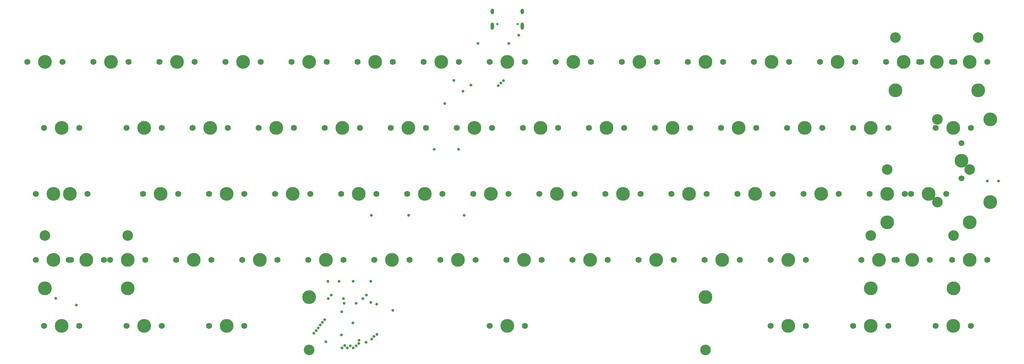
<source format=gbr>
%TF.GenerationSoftware,KiCad,Pcbnew,(6.0.8)*%
%TF.CreationDate,2022-10-24T21:08:13+02:00*%
%TF.ProjectId,cod67-iso,636f6436-372d-4697-936f-2e6b69636164,rev?*%
%TF.SameCoordinates,Original*%
%TF.FileFunction,Soldermask,Top*%
%TF.FilePolarity,Negative*%
%FSLAX46Y46*%
G04 Gerber Fmt 4.6, Leading zero omitted, Abs format (unit mm)*
G04 Created by KiCad (PCBNEW (6.0.8)) date 2022-10-24 21:08:13*
%MOMM*%
%LPD*%
G01*
G04 APERTURE LIST*
%ADD10C,3.987800*%
%ADD11C,1.750000*%
%ADD12C,1.701800*%
%ADD13C,3.048000*%
%ADD14C,0.650000*%
%ADD15O,1.000000X1.600000*%
%ADD16O,1.000000X2.100000*%
%ADD17C,0.800000*%
G04 APERTURE END LIST*
D10*
%TO.C,MX22*%
X169068750Y-70643750D03*
D11*
X163988750Y-70643750D03*
X174148750Y-70643750D03*
%TD*%
%TO.C,MX31*%
X83661250Y-89693750D03*
D10*
X78581250Y-89693750D03*
D11*
X73501250Y-89693750D03*
%TD*%
D10*
%TO.C,MX25*%
X226218750Y-70643750D03*
D11*
X221138750Y-70643750D03*
X231298750Y-70643750D03*
%TD*%
D10*
%TO.C,MX45*%
X88106250Y-108743750D03*
D11*
X93186250Y-108743750D03*
X83026250Y-108743750D03*
%TD*%
%TO.C,MX6*%
X135413750Y-51593750D03*
X145573750Y-51593750D03*
D10*
X140493750Y-51593750D03*
%TD*%
D11*
%TO.C,MX19*%
X116998750Y-70643750D03*
D10*
X111918750Y-70643750D03*
D11*
X106838750Y-70643750D03*
%TD*%
%TO.C,MX30*%
X42544500Y-89693750D03*
D10*
X47624500Y-89693750D03*
X52387500Y-89693750D03*
D11*
X57467500Y-89693750D03*
%TD*%
D10*
%TO.C,MX33*%
X116681250Y-89693750D03*
D11*
X121761250Y-89693750D03*
X111601250Y-89693750D03*
%TD*%
D10*
%TO.C,MX42*%
X288131250Y-89693750D03*
D11*
X293211250Y-89693750D03*
X283051250Y-89693750D03*
%TD*%
%TO.C,MX56*%
X317023750Y-108743750D03*
X306863750Y-108743750D03*
D10*
X311943750Y-108743750D03*
%TD*%
D12*
%TO.C,MX29*%
X309562500Y-75088750D03*
D13*
X302577500Y-92106750D03*
X302577500Y-68230750D03*
D10*
X317817500Y-68230750D03*
X317817500Y-92106750D03*
X309562500Y-80168750D03*
D12*
X309562500Y-85248750D03*
%TD*%
D13*
%TO.C,MX60*%
X235743750Y-134778750D03*
X121443750Y-134778750D03*
D11*
X183673750Y-127793750D03*
D10*
X235743750Y-119538750D03*
D11*
X173513750Y-127793750D03*
D10*
X121443750Y-119538750D03*
X178593750Y-127793750D03*
%TD*%
D11*
%TO.C,MX37*%
X197961250Y-89693750D03*
D10*
X192881250Y-89693750D03*
D11*
X187801250Y-89693750D03*
%TD*%
D10*
%TO.C,MX28*%
X283368750Y-70643750D03*
D11*
X278288750Y-70643750D03*
X288448750Y-70643750D03*
%TD*%
%TO.C,MX5*%
X126523750Y-51593750D03*
X116363750Y-51593750D03*
D10*
X121443750Y-51593750D03*
%TD*%
D11*
%TO.C,MX61*%
X264636250Y-127793750D03*
X254476250Y-127793750D03*
D10*
X259556250Y-127793750D03*
%TD*%
%TO.C,MX35*%
X154781250Y-89693750D03*
D11*
X149701250Y-89693750D03*
X159861250Y-89693750D03*
%TD*%
%TO.C,MX34*%
X140811250Y-89693750D03*
X130651250Y-89693750D03*
D10*
X135731250Y-89693750D03*
%TD*%
%TO.C,MX14*%
X292893750Y-51593750D03*
D11*
X297973750Y-51593750D03*
X287813750Y-51593750D03*
%TD*%
%TO.C,MX53*%
X245586250Y-108743750D03*
D10*
X240506250Y-108743750D03*
D11*
X235426250Y-108743750D03*
%TD*%
%TO.C,MX42b1*%
X305117500Y-89693750D03*
X294957500Y-89693750D03*
D10*
X288131250Y-97948750D03*
X300037500Y-89693750D03*
X311943750Y-97948750D03*
D13*
X288131250Y-82708750D03*
X311943750Y-82708750D03*
%TD*%
D11*
%TO.C,MX2*%
X59213750Y-51593750D03*
X69373750Y-51593750D03*
D10*
X64293750Y-51593750D03*
%TD*%
%TO.C,MX23*%
X188118750Y-70643750D03*
D11*
X183038750Y-70643750D03*
X193198750Y-70643750D03*
%TD*%
%TO.C,MX15b1*%
X297338750Y-51593750D03*
D10*
X290512500Y-59848750D03*
D13*
X314325000Y-44608750D03*
X290512500Y-44608750D03*
D11*
X307498750Y-51593750D03*
D10*
X314325000Y-59848750D03*
X302418750Y-51593750D03*
%TD*%
D11*
%TO.C,MX10*%
X221773750Y-51593750D03*
D10*
X216693750Y-51593750D03*
D11*
X211613750Y-51593750D03*
%TD*%
D10*
%TO.C,MX9*%
X197643750Y-51593750D03*
D11*
X192563750Y-51593750D03*
X202723750Y-51593750D03*
%TD*%
%TO.C,MX47*%
X121126250Y-108743750D03*
X131286250Y-108743750D03*
D10*
X126206250Y-108743750D03*
%TD*%
D11*
%TO.C,MX21*%
X144938750Y-70643750D03*
X155098750Y-70643750D03*
D10*
X150018750Y-70643750D03*
%TD*%
D11*
%TO.C,MX13*%
X268763750Y-51593750D03*
X278923750Y-51593750D03*
D10*
X273843750Y-51593750D03*
%TD*%
%TO.C,MX38*%
X211931250Y-89693750D03*
D11*
X206851250Y-89693750D03*
X217011250Y-89693750D03*
%TD*%
D10*
%TO.C,MX39*%
X230981250Y-89693750D03*
D11*
X225901250Y-89693750D03*
X236061250Y-89693750D03*
%TD*%
%TO.C,MX51*%
X207486250Y-108743750D03*
X197326250Y-108743750D03*
D10*
X202406250Y-108743750D03*
%TD*%
D11*
%TO.C,MX3*%
X78263750Y-51593750D03*
D10*
X83343750Y-51593750D03*
D11*
X88423750Y-51593750D03*
%TD*%
%TO.C,MX48*%
X150336250Y-108743750D03*
X140176250Y-108743750D03*
D10*
X145256250Y-108743750D03*
%TD*%
%TO.C,MX49*%
X164306250Y-108743750D03*
D11*
X169386250Y-108743750D03*
X159226250Y-108743750D03*
%TD*%
%TO.C,MX59*%
X102711250Y-127793750D03*
D10*
X97631250Y-127793750D03*
D11*
X92551250Y-127793750D03*
%TD*%
%TO.C,MX43*%
X42545000Y-108743750D03*
X52705000Y-108743750D03*
D10*
X47625000Y-108743750D03*
%TD*%
D11*
%TO.C,MX12*%
X249713750Y-51593750D03*
X259873750Y-51593750D03*
D10*
X254793750Y-51593750D03*
%TD*%
D11*
%TO.C,MX20*%
X136048750Y-70643750D03*
D10*
X130968750Y-70643750D03*
D11*
X125888750Y-70643750D03*
%TD*%
%TO.C,MX43b1*%
X52070000Y-108743750D03*
D10*
X57150000Y-108743750D03*
X45243750Y-116998750D03*
X69056250Y-116998750D03*
D13*
X45243750Y-101758750D03*
X69056250Y-101758750D03*
D11*
X62230000Y-108743750D03*
%TD*%
%TO.C,MX62*%
X278288750Y-127793750D03*
X288448750Y-127793750D03*
D10*
X283368750Y-127793750D03*
%TD*%
D11*
%TO.C,MX17*%
X78898750Y-70643750D03*
X68738750Y-70643750D03*
D10*
X73818750Y-70643750D03*
%TD*%
%TO.C,MX15*%
X311943750Y-51593750D03*
D11*
X306863750Y-51593750D03*
X317023750Y-51593750D03*
%TD*%
D10*
%TO.C,MX58*%
X73818750Y-127793750D03*
D11*
X68738750Y-127793750D03*
X78898750Y-127793750D03*
%TD*%
D10*
%TO.C,MX7*%
X159543750Y-51593750D03*
D11*
X154463750Y-51593750D03*
X164623750Y-51593750D03*
%TD*%
%TO.C,MX56b1*%
X300355000Y-108743750D03*
D13*
X283337000Y-101758750D03*
D10*
X307213000Y-116998750D03*
X283337000Y-116998750D03*
D11*
X290195000Y-108743750D03*
D13*
X307213000Y-101758750D03*
D10*
X295275000Y-108743750D03*
%TD*%
D11*
%TO.C,MX57*%
X55086250Y-127793750D03*
X44926250Y-127793750D03*
D10*
X50006250Y-127793750D03*
%TD*%
%TO.C,MX63*%
X307181250Y-127793750D03*
D11*
X302101250Y-127793750D03*
X312261250Y-127793750D03*
%TD*%
D10*
%TO.C,MX40*%
X250031250Y-89693750D03*
D11*
X255111250Y-89693750D03*
X244951250Y-89693750D03*
%TD*%
%TO.C,MX55*%
X290830000Y-108743750D03*
X280670000Y-108743750D03*
D10*
X285750000Y-108743750D03*
%TD*%
D11*
%TO.C,MX29b1*%
X312261250Y-70643750D03*
X302101250Y-70643750D03*
D10*
X307181250Y-70643750D03*
%TD*%
D11*
%TO.C,MX1*%
X40163750Y-51593750D03*
X50323750Y-51593750D03*
D10*
X45243750Y-51593750D03*
%TD*%
D11*
%TO.C,MX8*%
X183673750Y-51593750D03*
D10*
X178593750Y-51593750D03*
D11*
X173513750Y-51593750D03*
%TD*%
D10*
%TO.C,MX24*%
X207168750Y-70643750D03*
D11*
X212248750Y-70643750D03*
X202088750Y-70643750D03*
%TD*%
%TO.C,MX18*%
X87788750Y-70643750D03*
X97948750Y-70643750D03*
D10*
X92868750Y-70643750D03*
%TD*%
%TO.C,MX4*%
X102393750Y-51593750D03*
D11*
X97313750Y-51593750D03*
X107473750Y-51593750D03*
%TD*%
%TO.C,MX52*%
X226536250Y-108743750D03*
D10*
X221456250Y-108743750D03*
D11*
X216376250Y-108743750D03*
%TD*%
%TO.C,MX41*%
X264001250Y-89693750D03*
X274161250Y-89693750D03*
D10*
X269081250Y-89693750D03*
%TD*%
%TO.C,MX44*%
X69056250Y-108743750D03*
D11*
X63976250Y-108743750D03*
X74136250Y-108743750D03*
%TD*%
%TO.C,MX32*%
X92551250Y-89693750D03*
X102711250Y-89693750D03*
D10*
X97631250Y-89693750D03*
%TD*%
D11*
%TO.C,MX16*%
X55086250Y-70643750D03*
D10*
X50006250Y-70643750D03*
D11*
X44926250Y-70643750D03*
%TD*%
D10*
%TO.C,MX27*%
X264318750Y-70643750D03*
D11*
X269398750Y-70643750D03*
X259238750Y-70643750D03*
%TD*%
D10*
%TO.C,MX26*%
X245268750Y-70643750D03*
D11*
X240188750Y-70643750D03*
X250348750Y-70643750D03*
%TD*%
%TO.C,MX50*%
X178276250Y-108743750D03*
X188436250Y-108743750D03*
D10*
X183356250Y-108743750D03*
%TD*%
%TO.C,MX46*%
X107156250Y-108743750D03*
D11*
X102076250Y-108743750D03*
X112236250Y-108743750D03*
%TD*%
%TO.C,MX54*%
X254476250Y-108743750D03*
D10*
X259556250Y-108743750D03*
D11*
X264636250Y-108743750D03*
%TD*%
D10*
%TO.C,MX36*%
X173831250Y-89693750D03*
D11*
X178911250Y-89693750D03*
X168751250Y-89693750D03*
%TD*%
%TO.C,MX11*%
X240823750Y-51593750D03*
X230663750Y-51593750D03*
D10*
X235743750Y-51593750D03*
%TD*%
D14*
%TO.C,USB1*%
X175703750Y-40700000D03*
X181483750Y-40700000D03*
D15*
X174273750Y-37050000D03*
X182913750Y-37050000D03*
D16*
X182913750Y-41230000D03*
X174273750Y-41230000D03*
%TD*%
D17*
X165735000Y-60071000D03*
X134977832Y-121319605D03*
X168021000Y-58293000D03*
X131445000Y-121285000D03*
X126873000Y-119888000D03*
X175945615Y-58496385D03*
X140847653Y-121543653D03*
X126238000Y-132334000D03*
X54231875Y-121810252D03*
X48350000Y-119868750D03*
X177419000Y-57023000D03*
X137827520Y-132519360D03*
X163128500Y-56962500D03*
X157480000Y-76835000D03*
X164533750Y-76835000D03*
X140160492Y-130855198D03*
X166116000Y-95885000D03*
X139319000Y-95885000D03*
X140936965Y-130225838D03*
X150114000Y-95885000D03*
X139192000Y-114935000D03*
X139218950Y-121040510D03*
X130048000Y-114935000D03*
X126856395Y-114918395D03*
X134112000Y-114935000D03*
X176694000Y-57729755D03*
X160528000Y-63627000D03*
X316992000Y-85979000D03*
X320167000Y-85979000D03*
X137922000Y-118872000D03*
X178943000Y-46228000D03*
X170053000Y-46228000D03*
X130810000Y-123698000D03*
X181835903Y-43906597D03*
X127762000Y-118872000D03*
X145542000Y-123317000D03*
X130687653Y-130433653D03*
X134048500Y-126936500D03*
X131318000Y-119888000D03*
X136906000Y-119888000D03*
X122788793Y-129909115D03*
X123415342Y-129130372D03*
X124066389Y-128371990D03*
X124586691Y-127518590D03*
X125220813Y-126746000D03*
X125876384Y-125984000D03*
X139463929Y-131572000D03*
X135837000Y-131912524D03*
X135705160Y-132910207D03*
X134943636Y-133557576D03*
X134112000Y-134112000D03*
X133249679Y-133586103D03*
X132419633Y-134142906D03*
X131653881Y-133500544D03*
X130928541Y-134188210D03*
M02*

</source>
